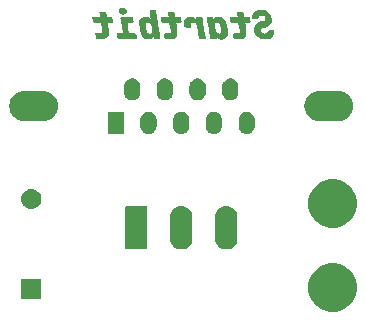
<source format=gbs>
G04 #@! TF.GenerationSoftware,KiCad,Pcbnew,(5.1.4)-1*
G04 #@! TF.CreationDate,2021-11-22T21:05:38+08:00*
G04 #@! TF.ProjectId,CAN-DB9,43414e2d-4442-4392-9e6b-696361645f70,rev?*
G04 #@! TF.SameCoordinates,Original*
G04 #@! TF.FileFunction,Soldermask,Bot*
G04 #@! TF.FilePolarity,Negative*
%FSLAX46Y46*%
G04 Gerber Fmt 4.6, Leading zero omitted, Abs format (unit mm)*
G04 Created by KiCad (PCBNEW (5.1.4)-1) date 2021-11-22 21:05:38*
%MOMM*%
%LPD*%
G04 APERTURE LIST*
%ADD10C,0.010000*%
%ADD11C,0.100000*%
G04 APERTURE END LIST*
D10*
G36*
X110641906Y-61200877D02*
G01*
X110577210Y-61280954D01*
X110556706Y-61380499D01*
X110586595Y-61483584D01*
X110673079Y-61574280D01*
X110710309Y-61596342D01*
X110845353Y-61642704D01*
X110976494Y-61629347D01*
X111024128Y-61612413D01*
X111105643Y-61549390D01*
X111133865Y-61459476D01*
X111113984Y-61358754D01*
X111051190Y-61263306D01*
X110950671Y-61189213D01*
X110879069Y-61162847D01*
X110744593Y-61156198D01*
X110641906Y-61200877D01*
X110641906Y-61200877D01*
G37*
X110641906Y-61200877D02*
X110577210Y-61280954D01*
X110556706Y-61380499D01*
X110586595Y-61483584D01*
X110673079Y-61574280D01*
X110710309Y-61596342D01*
X110845353Y-61642704D01*
X110976494Y-61629347D01*
X111024128Y-61612413D01*
X111105643Y-61549390D01*
X111133865Y-61459476D01*
X111113984Y-61358754D01*
X111051190Y-61263306D01*
X110950671Y-61189213D01*
X110879069Y-61162847D01*
X110744593Y-61156198D01*
X110641906Y-61200877D01*
G36*
X109124395Y-61468000D02*
G01*
X108997575Y-61470224D01*
X108928924Y-61479692D01*
X108904105Y-61500591D01*
X108907059Y-61531499D01*
X108923163Y-61604790D01*
X108942240Y-61715815D01*
X108949910Y-61767357D01*
X108974240Y-61939714D01*
X108309568Y-61939714D01*
X108332524Y-62075785D01*
X108353765Y-62198765D01*
X108377316Y-62275944D01*
X108418543Y-62317953D01*
X108492812Y-62335421D01*
X108615488Y-62338979D01*
X108712801Y-62338857D01*
X109035283Y-62338857D01*
X109054479Y-62456785D01*
X109071470Y-62559253D01*
X109094622Y-62696552D01*
X109110551Y-62790021D01*
X109141224Y-63014592D01*
X109144826Y-63173411D01*
X109121291Y-63268088D01*
X109090032Y-63296546D01*
X109025134Y-63308057D01*
X108913488Y-63316028D01*
X108797523Y-63318571D01*
X108562410Y-63318571D01*
X108587400Y-63490928D01*
X108605181Y-63597902D01*
X108621859Y-63673186D01*
X108628050Y-63690499D01*
X108668984Y-63702730D01*
X108764893Y-63712098D01*
X108898195Y-63717161D01*
X108959070Y-63717657D01*
X109156884Y-63711162D01*
X109300016Y-63690143D01*
X109401428Y-63654157D01*
X109521567Y-63560649D01*
X109594984Y-63454502D01*
X109623815Y-63390235D01*
X109639879Y-63330376D01*
X109643429Y-63257613D01*
X109634717Y-63154634D01*
X109613995Y-63004127D01*
X109602644Y-62928359D01*
X109576412Y-62757415D01*
X109552111Y-62603899D01*
X109532946Y-62487801D01*
X109524134Y-62438642D01*
X109504519Y-62338857D01*
X109980185Y-62338857D01*
X109960559Y-62220928D01*
X109936987Y-62080662D01*
X109914239Y-61996857D01*
X109877740Y-61955057D01*
X109812910Y-61940806D01*
X109705174Y-61939647D01*
X109677000Y-61939714D01*
X109445954Y-61939714D01*
X109421624Y-61767357D01*
X109399781Y-61621387D01*
X109375442Y-61532754D01*
X109334420Y-61487168D01*
X109262529Y-61470342D01*
X109145583Y-61467988D01*
X109124395Y-61468000D01*
X109124395Y-61468000D01*
G37*
X109124395Y-61468000D02*
X108997575Y-61470224D01*
X108928924Y-61479692D01*
X108904105Y-61500591D01*
X108907059Y-61531499D01*
X108923163Y-61604790D01*
X108942240Y-61715815D01*
X108949910Y-61767357D01*
X108974240Y-61939714D01*
X108309568Y-61939714D01*
X108332524Y-62075785D01*
X108353765Y-62198765D01*
X108377316Y-62275944D01*
X108418543Y-62317953D01*
X108492812Y-62335421D01*
X108615488Y-62338979D01*
X108712801Y-62338857D01*
X109035283Y-62338857D01*
X109054479Y-62456785D01*
X109071470Y-62559253D01*
X109094622Y-62696552D01*
X109110551Y-62790021D01*
X109141224Y-63014592D01*
X109144826Y-63173411D01*
X109121291Y-63268088D01*
X109090032Y-63296546D01*
X109025134Y-63308057D01*
X108913488Y-63316028D01*
X108797523Y-63318571D01*
X108562410Y-63318571D01*
X108587400Y-63490928D01*
X108605181Y-63597902D01*
X108621859Y-63673186D01*
X108628050Y-63690499D01*
X108668984Y-63702730D01*
X108764893Y-63712098D01*
X108898195Y-63717161D01*
X108959070Y-63717657D01*
X109156884Y-63711162D01*
X109300016Y-63690143D01*
X109401428Y-63654157D01*
X109521567Y-63560649D01*
X109594984Y-63454502D01*
X109623815Y-63390235D01*
X109639879Y-63330376D01*
X109643429Y-63257613D01*
X109634717Y-63154634D01*
X109613995Y-63004127D01*
X109602644Y-62928359D01*
X109576412Y-62757415D01*
X109552111Y-62603899D01*
X109532946Y-62487801D01*
X109524134Y-62438642D01*
X109504519Y-62338857D01*
X109980185Y-62338857D01*
X109960559Y-62220928D01*
X109936987Y-62080662D01*
X109914239Y-61996857D01*
X109877740Y-61955057D01*
X109812910Y-61940806D01*
X109705174Y-61939647D01*
X109677000Y-61939714D01*
X109445954Y-61939714D01*
X109421624Y-61767357D01*
X109399781Y-61621387D01*
X109375442Y-61532754D01*
X109334420Y-61487168D01*
X109262529Y-61470342D01*
X109145583Y-61467988D01*
X109124395Y-61468000D01*
G36*
X110962715Y-61940036D02*
G01*
X110828086Y-61942275D01*
X110744094Y-61948336D01*
X110699774Y-61960125D01*
X110684159Y-61979549D01*
X110686282Y-62008512D01*
X110689210Y-62021357D01*
X110700376Y-62080463D01*
X110719638Y-62193879D01*
X110744682Y-62346890D01*
X110773197Y-62524782D01*
X110802870Y-62712841D01*
X110831390Y-62896352D01*
X110856443Y-63060600D01*
X110875718Y-63190870D01*
X110886903Y-63272449D01*
X110888771Y-63291357D01*
X110855737Y-63304730D01*
X110768412Y-63314441D01*
X110645053Y-63318543D01*
X110633498Y-63318571D01*
X110377854Y-63318571D01*
X110400810Y-63454642D01*
X110413971Y-63540754D01*
X110426727Y-63605822D01*
X110448384Y-63652770D01*
X110488249Y-63684523D01*
X110555630Y-63704007D01*
X110659835Y-63714146D01*
X110810169Y-63717864D01*
X111015941Y-63718088D01*
X111237946Y-63717714D01*
X112017288Y-63717714D01*
X111994333Y-63581642D01*
X111972356Y-63455515D01*
X111947808Y-63377844D01*
X111904689Y-63336921D01*
X111827001Y-63321037D01*
X111698746Y-63318482D01*
X111634878Y-63318571D01*
X111333218Y-63318571D01*
X111272777Y-62910357D01*
X111247783Y-62739613D01*
X111226411Y-62590012D01*
X111211174Y-62479376D01*
X111204954Y-62429571D01*
X111207836Y-62391827D01*
X111235795Y-62368797D01*
X111303552Y-62355724D01*
X111425826Y-62347850D01*
X111462571Y-62346299D01*
X111599490Y-62338640D01*
X111677449Y-62326809D01*
X111710059Y-62306827D01*
X111710932Y-62274712D01*
X111710668Y-62273728D01*
X111693458Y-62197324D01*
X111673461Y-62091267D01*
X111670810Y-62075785D01*
X111647854Y-61939714D01*
X111158950Y-61939714D01*
X110962715Y-61940036D01*
X110962715Y-61940036D01*
G37*
X110962715Y-61940036D02*
X110828086Y-61942275D01*
X110744094Y-61948336D01*
X110699774Y-61960125D01*
X110684159Y-61979549D01*
X110686282Y-62008512D01*
X110689210Y-62021357D01*
X110700376Y-62080463D01*
X110719638Y-62193879D01*
X110744682Y-62346890D01*
X110773197Y-62524782D01*
X110802870Y-62712841D01*
X110831390Y-62896352D01*
X110856443Y-63060600D01*
X110875718Y-63190870D01*
X110886903Y-63272449D01*
X110888771Y-63291357D01*
X110855737Y-63304730D01*
X110768412Y-63314441D01*
X110645053Y-63318543D01*
X110633498Y-63318571D01*
X110377854Y-63318571D01*
X110400810Y-63454642D01*
X110413971Y-63540754D01*
X110426727Y-63605822D01*
X110448384Y-63652770D01*
X110488249Y-63684523D01*
X110555630Y-63704007D01*
X110659835Y-63714146D01*
X110810169Y-63717864D01*
X111015941Y-63718088D01*
X111237946Y-63717714D01*
X112017288Y-63717714D01*
X111994333Y-63581642D01*
X111972356Y-63455515D01*
X111947808Y-63377844D01*
X111904689Y-63336921D01*
X111827001Y-63321037D01*
X111698746Y-63318482D01*
X111634878Y-63318571D01*
X111333218Y-63318571D01*
X111272777Y-62910357D01*
X111247783Y-62739613D01*
X111226411Y-62590012D01*
X111211174Y-62479376D01*
X111204954Y-62429571D01*
X111207836Y-62391827D01*
X111235795Y-62368797D01*
X111303552Y-62355724D01*
X111425826Y-62347850D01*
X111462571Y-62346299D01*
X111599490Y-62338640D01*
X111677449Y-62326809D01*
X111710059Y-62306827D01*
X111710932Y-62274712D01*
X111710668Y-62273728D01*
X111693458Y-62197324D01*
X111673461Y-62091267D01*
X111670810Y-62075785D01*
X111647854Y-61939714D01*
X111158950Y-61939714D01*
X110962715Y-61940036D01*
G36*
X114929893Y-61467999D02*
G01*
X114694696Y-61467999D01*
X114718112Y-61640357D01*
X114735791Y-61757141D01*
X114753130Y-61851114D01*
X114759066Y-61876214D01*
X114760595Y-61906148D01*
X114736644Y-61924914D01*
X114674540Y-61935057D01*
X114561608Y-61939122D01*
X114442840Y-61939714D01*
X114109076Y-61939714D01*
X114131567Y-62075785D01*
X114146676Y-62182526D01*
X114154266Y-62266037D01*
X114154457Y-62273995D01*
X114163932Y-62303843D01*
X114200622Y-62323522D01*
X114277617Y-62335858D01*
X114408005Y-62343677D01*
X114490500Y-62346566D01*
X114826142Y-62357000D01*
X114896013Y-62788257D01*
X114924989Y-62970259D01*
X114942106Y-63093994D01*
X114947422Y-63172784D01*
X114940996Y-63219948D01*
X114922888Y-63248806D01*
X114898149Y-63269043D01*
X114818993Y-63298445D01*
X114690135Y-63315652D01*
X114601493Y-63318571D01*
X114474056Y-63320662D01*
X114402446Y-63337128D01*
X114374713Y-63383257D01*
X114378905Y-63474338D01*
X114395861Y-63581642D01*
X114418352Y-63717714D01*
X114749247Y-63716293D01*
X114932281Y-63709568D01*
X115085452Y-63692592D01*
X115188279Y-63667705D01*
X115193416Y-63665574D01*
X115296300Y-63604196D01*
X115367999Y-63517918D01*
X115410121Y-63398128D01*
X115424271Y-63236219D01*
X115412057Y-63023581D01*
X115375086Y-62751604D01*
X115369933Y-62719857D01*
X115346235Y-62572901D01*
X115327856Y-62453745D01*
X115317484Y-62380062D01*
X115316138Y-62366071D01*
X115349180Y-62352275D01*
X115435837Y-62342483D01*
X115554302Y-62338857D01*
X115682044Y-62336640D01*
X115751631Y-62327239D01*
X115777416Y-62306529D01*
X115775185Y-62275357D01*
X115757599Y-62197714D01*
X115737408Y-62090952D01*
X115734810Y-62075785D01*
X115711854Y-61939714D01*
X115251505Y-61939714D01*
X115228083Y-61803642D01*
X115201519Y-61647439D01*
X115179241Y-61548871D01*
X115149561Y-61494785D01*
X115100792Y-61472023D01*
X115021247Y-61467431D01*
X114929893Y-61467999D01*
X114929893Y-61467999D01*
G37*
X114929893Y-61467999D02*
X114694696Y-61467999D01*
X114718112Y-61640357D01*
X114735791Y-61757141D01*
X114753130Y-61851114D01*
X114759066Y-61876214D01*
X114760595Y-61906148D01*
X114736644Y-61924914D01*
X114674540Y-61935057D01*
X114561608Y-61939122D01*
X114442840Y-61939714D01*
X114109076Y-61939714D01*
X114131567Y-62075785D01*
X114146676Y-62182526D01*
X114154266Y-62266037D01*
X114154457Y-62273995D01*
X114163932Y-62303843D01*
X114200622Y-62323522D01*
X114277617Y-62335858D01*
X114408005Y-62343677D01*
X114490500Y-62346566D01*
X114826142Y-62357000D01*
X114896013Y-62788257D01*
X114924989Y-62970259D01*
X114942106Y-63093994D01*
X114947422Y-63172784D01*
X114940996Y-63219948D01*
X114922888Y-63248806D01*
X114898149Y-63269043D01*
X114818993Y-63298445D01*
X114690135Y-63315652D01*
X114601493Y-63318571D01*
X114474056Y-63320662D01*
X114402446Y-63337128D01*
X114374713Y-63383257D01*
X114378905Y-63474338D01*
X114395861Y-63581642D01*
X114418352Y-63717714D01*
X114749247Y-63716293D01*
X114932281Y-63709568D01*
X115085452Y-63692592D01*
X115188279Y-63667705D01*
X115193416Y-63665574D01*
X115296300Y-63604196D01*
X115367999Y-63517918D01*
X115410121Y-63398128D01*
X115424271Y-63236219D01*
X115412057Y-63023581D01*
X115375086Y-62751604D01*
X115369933Y-62719857D01*
X115346235Y-62572901D01*
X115327856Y-62453745D01*
X115317484Y-62380062D01*
X115316138Y-62366071D01*
X115349180Y-62352275D01*
X115435837Y-62342483D01*
X115554302Y-62338857D01*
X115682044Y-62336640D01*
X115751631Y-62327239D01*
X115777416Y-62306529D01*
X115775185Y-62275357D01*
X115757599Y-62197714D01*
X115737408Y-62090952D01*
X115734810Y-62075785D01*
X115711854Y-61939714D01*
X115251505Y-61939714D01*
X115228083Y-61803642D01*
X115201519Y-61647439D01*
X115179241Y-61548871D01*
X115149561Y-61494785D01*
X115100792Y-61472023D01*
X115021247Y-61467431D01*
X114929893Y-61467999D01*
G36*
X116417445Y-61921267D02*
G01*
X116260671Y-61984257D01*
X116137094Y-62095677D01*
X116115216Y-62128030D01*
X116062906Y-62265667D01*
X116041643Y-62437821D01*
X116054537Y-62612032D01*
X116064584Y-62656357D01*
X116082865Y-62699963D01*
X116119952Y-62724535D01*
X116193356Y-62735427D01*
X116320588Y-62737993D01*
X116331580Y-62737999D01*
X116576697Y-62737999D01*
X116572909Y-62593521D01*
X116591630Y-62454749D01*
X116658837Y-62369224D01*
X116777986Y-62333280D01*
X116819915Y-62331599D01*
X116912048Y-62337961D01*
X116985739Y-62362554D01*
X117045002Y-62413643D01*
X117093849Y-62499495D01*
X117136294Y-62628372D01*
X117176351Y-62808542D01*
X117218032Y-63048267D01*
X117241900Y-63200642D01*
X117321124Y-63717714D01*
X117806531Y-63717714D01*
X117691136Y-63001071D01*
X117653875Y-62768925D01*
X117618928Y-62549838D01*
X117588583Y-62358251D01*
X117565126Y-62208607D01*
X117550846Y-62115348D01*
X117550361Y-62112071D01*
X117524982Y-61939714D01*
X117084562Y-61939714D01*
X117102797Y-62101501D01*
X117121033Y-62263288D01*
X117043293Y-62146858D01*
X116920340Y-62019504D01*
X116763940Y-61939229D01*
X116590755Y-61906371D01*
X116417445Y-61921267D01*
X116417445Y-61921267D01*
G37*
X116417445Y-61921267D02*
X116260671Y-61984257D01*
X116137094Y-62095677D01*
X116115216Y-62128030D01*
X116062906Y-62265667D01*
X116041643Y-62437821D01*
X116054537Y-62612032D01*
X116064584Y-62656357D01*
X116082865Y-62699963D01*
X116119952Y-62724535D01*
X116193356Y-62735427D01*
X116320588Y-62737993D01*
X116331580Y-62737999D01*
X116576697Y-62737999D01*
X116572909Y-62593521D01*
X116591630Y-62454749D01*
X116658837Y-62369224D01*
X116777986Y-62333280D01*
X116819915Y-62331599D01*
X116912048Y-62337961D01*
X116985739Y-62362554D01*
X117045002Y-62413643D01*
X117093849Y-62499495D01*
X117136294Y-62628372D01*
X117176351Y-62808542D01*
X117218032Y-63048267D01*
X117241900Y-63200642D01*
X117321124Y-63717714D01*
X117806531Y-63717714D01*
X117691136Y-63001071D01*
X117653875Y-62768925D01*
X117618928Y-62549838D01*
X117588583Y-62358251D01*
X117565126Y-62208607D01*
X117550846Y-62115348D01*
X117550361Y-62112071D01*
X117524982Y-61939714D01*
X117084562Y-61939714D01*
X117102797Y-62101501D01*
X117121033Y-62263288D01*
X117043293Y-62146858D01*
X116920340Y-62019504D01*
X116763940Y-61939229D01*
X116590755Y-61906371D01*
X116417445Y-61921267D01*
G36*
X120771893Y-61467999D02*
G01*
X120536696Y-61467999D01*
X120560112Y-61640357D01*
X120577791Y-61757141D01*
X120595130Y-61851114D01*
X120601066Y-61876214D01*
X120602595Y-61906148D01*
X120578644Y-61924914D01*
X120516540Y-61935057D01*
X120403608Y-61939122D01*
X120284840Y-61939714D01*
X119951076Y-61939714D01*
X119973567Y-62075785D01*
X119988676Y-62182526D01*
X119996266Y-62266037D01*
X119996457Y-62273995D01*
X120005932Y-62303843D01*
X120042622Y-62323522D01*
X120119617Y-62335858D01*
X120250005Y-62343677D01*
X120332500Y-62346566D01*
X120668143Y-62357000D01*
X120738013Y-62788257D01*
X120766989Y-62970259D01*
X120784106Y-63093994D01*
X120789422Y-63172784D01*
X120782996Y-63219948D01*
X120764888Y-63248806D01*
X120740149Y-63269043D01*
X120660993Y-63298445D01*
X120532135Y-63315652D01*
X120443493Y-63318571D01*
X120316056Y-63320662D01*
X120244446Y-63337128D01*
X120216713Y-63383257D01*
X120220905Y-63474338D01*
X120237861Y-63581642D01*
X120260352Y-63717714D01*
X120591247Y-63716293D01*
X120774281Y-63709568D01*
X120927452Y-63692592D01*
X121030279Y-63667705D01*
X121035416Y-63665574D01*
X121138300Y-63604196D01*
X121209999Y-63517918D01*
X121252121Y-63398128D01*
X121266271Y-63236219D01*
X121254057Y-63023581D01*
X121217086Y-62751604D01*
X121211933Y-62719857D01*
X121188235Y-62572901D01*
X121169856Y-62453745D01*
X121159484Y-62380062D01*
X121158138Y-62366071D01*
X121191180Y-62352275D01*
X121277837Y-62342483D01*
X121396302Y-62338857D01*
X121524044Y-62336640D01*
X121593631Y-62327239D01*
X121619416Y-62306529D01*
X121617185Y-62275357D01*
X121599599Y-62197714D01*
X121579408Y-62090952D01*
X121576810Y-62075785D01*
X121553854Y-61939714D01*
X121093505Y-61939714D01*
X121070083Y-61803642D01*
X121043519Y-61647439D01*
X121021241Y-61548871D01*
X120991561Y-61494785D01*
X120942792Y-61472023D01*
X120863247Y-61467431D01*
X120771893Y-61467999D01*
X120771893Y-61467999D01*
G37*
X120771893Y-61467999D02*
X120536696Y-61467999D01*
X120560112Y-61640357D01*
X120577791Y-61757141D01*
X120595130Y-61851114D01*
X120601066Y-61876214D01*
X120602595Y-61906148D01*
X120578644Y-61924914D01*
X120516540Y-61935057D01*
X120403608Y-61939122D01*
X120284840Y-61939714D01*
X119951076Y-61939714D01*
X119973567Y-62075785D01*
X119988676Y-62182526D01*
X119996266Y-62266037D01*
X119996457Y-62273995D01*
X120005932Y-62303843D01*
X120042622Y-62323522D01*
X120119617Y-62335858D01*
X120250005Y-62343677D01*
X120332500Y-62346566D01*
X120668143Y-62357000D01*
X120738013Y-62788257D01*
X120766989Y-62970259D01*
X120784106Y-63093994D01*
X120789422Y-63172784D01*
X120782996Y-63219948D01*
X120764888Y-63248806D01*
X120740149Y-63269043D01*
X120660993Y-63298445D01*
X120532135Y-63315652D01*
X120443493Y-63318571D01*
X120316056Y-63320662D01*
X120244446Y-63337128D01*
X120216713Y-63383257D01*
X120220905Y-63474338D01*
X120237861Y-63581642D01*
X120260352Y-63717714D01*
X120591247Y-63716293D01*
X120774281Y-63709568D01*
X120927452Y-63692592D01*
X121030279Y-63667705D01*
X121035416Y-63665574D01*
X121138300Y-63604196D01*
X121209999Y-63517918D01*
X121252121Y-63398128D01*
X121266271Y-63236219D01*
X121254057Y-63023581D01*
X121217086Y-62751604D01*
X121211933Y-62719857D01*
X121188235Y-62572901D01*
X121169856Y-62453745D01*
X121159484Y-62380062D01*
X121158138Y-62366071D01*
X121191180Y-62352275D01*
X121277837Y-62342483D01*
X121396302Y-62338857D01*
X121524044Y-62336640D01*
X121593631Y-62327239D01*
X121619416Y-62306529D01*
X121617185Y-62275357D01*
X121599599Y-62197714D01*
X121579408Y-62090952D01*
X121576810Y-62075785D01*
X121553854Y-61939714D01*
X121093505Y-61939714D01*
X121070083Y-61803642D01*
X121043519Y-61647439D01*
X121021241Y-61548871D01*
X120991561Y-61494785D01*
X120942792Y-61472023D01*
X120863247Y-61467431D01*
X120771893Y-61467999D01*
G36*
X113266957Y-61359174D02*
G01*
X113198502Y-61366493D01*
X113158296Y-61391937D01*
X113143071Y-61446346D01*
X113149555Y-61540555D01*
X113174480Y-61685404D01*
X113211318Y-61874927D01*
X113241219Y-62030173D01*
X113265140Y-62156738D01*
X113280181Y-62239128D01*
X113283890Y-62262580D01*
X113266326Y-62245088D01*
X113222133Y-62183959D01*
X113201633Y-62153723D01*
X113072098Y-62013422D01*
X112920838Y-61932582D01*
X112760590Y-61907437D01*
X112604094Y-61934224D01*
X112464090Y-62009178D01*
X112353316Y-62128535D01*
X112284512Y-62288531D01*
X112268106Y-62429571D01*
X112275905Y-62549015D01*
X112296535Y-62714020D01*
X112325830Y-62899592D01*
X112359627Y-63080739D01*
X112393761Y-63232469D01*
X112413288Y-63300869D01*
X112496053Y-63454374D01*
X112625568Y-63583614D01*
X112784947Y-63680357D01*
X112957303Y-63736372D01*
X113125746Y-63743426D01*
X113247714Y-63707603D01*
X113325158Y-63644516D01*
X113394183Y-63550422D01*
X113400479Y-63538470D01*
X113462529Y-63414664D01*
X113510989Y-63717714D01*
X113744654Y-63717714D01*
X113870820Y-63715428D01*
X113938919Y-63705744D01*
X113963383Y-63684419D01*
X113960720Y-63654214D01*
X113950924Y-63603629D01*
X113931557Y-63490596D01*
X113904128Y-63324385D01*
X113870143Y-63114271D01*
X113858514Y-63041352D01*
X113379314Y-63041352D01*
X113373970Y-63181920D01*
X113339810Y-63271610D01*
X113274740Y-63319113D01*
X113240693Y-63328052D01*
X113086450Y-63328669D01*
X112951955Y-63279695D01*
X112909965Y-63247552D01*
X112873444Y-63182297D01*
X112835329Y-63065593D01*
X112799759Y-62918338D01*
X112770874Y-62761427D01*
X112752814Y-62615756D01*
X112749717Y-62502221D01*
X112754891Y-62464754D01*
X112809206Y-62382341D01*
X112908860Y-62335507D01*
X113032773Y-62330588D01*
X113120891Y-62354735D01*
X113199684Y-62394946D01*
X113255463Y-62447926D01*
X113295392Y-62528380D01*
X113326639Y-62651016D01*
X113356368Y-62830537D01*
X113357935Y-62841212D01*
X113379314Y-63041352D01*
X113858514Y-63041352D01*
X113831108Y-62869524D01*
X113788532Y-62599417D01*
X113769064Y-62474928D01*
X113595008Y-61359142D01*
X113366932Y-61359142D01*
X113266957Y-61359174D01*
X113266957Y-61359174D01*
G37*
X113266957Y-61359174D02*
X113198502Y-61366493D01*
X113158296Y-61391937D01*
X113143071Y-61446346D01*
X113149555Y-61540555D01*
X113174480Y-61685404D01*
X113211318Y-61874927D01*
X113241219Y-62030173D01*
X113265140Y-62156738D01*
X113280181Y-62239128D01*
X113283890Y-62262580D01*
X113266326Y-62245088D01*
X113222133Y-62183959D01*
X113201633Y-62153723D01*
X113072098Y-62013422D01*
X112920838Y-61932582D01*
X112760590Y-61907437D01*
X112604094Y-61934224D01*
X112464090Y-62009178D01*
X112353316Y-62128535D01*
X112284512Y-62288531D01*
X112268106Y-62429571D01*
X112275905Y-62549015D01*
X112296535Y-62714020D01*
X112325830Y-62899592D01*
X112359627Y-63080739D01*
X112393761Y-63232469D01*
X112413288Y-63300869D01*
X112496053Y-63454374D01*
X112625568Y-63583614D01*
X112784947Y-63680357D01*
X112957303Y-63736372D01*
X113125746Y-63743426D01*
X113247714Y-63707603D01*
X113325158Y-63644516D01*
X113394183Y-63550422D01*
X113400479Y-63538470D01*
X113462529Y-63414664D01*
X113510989Y-63717714D01*
X113744654Y-63717714D01*
X113870820Y-63715428D01*
X113938919Y-63705744D01*
X113963383Y-63684419D01*
X113960720Y-63654214D01*
X113950924Y-63603629D01*
X113931557Y-63490596D01*
X113904128Y-63324385D01*
X113870143Y-63114271D01*
X113858514Y-63041352D01*
X113379314Y-63041352D01*
X113373970Y-63181920D01*
X113339810Y-63271610D01*
X113274740Y-63319113D01*
X113240693Y-63328052D01*
X113086450Y-63328669D01*
X112951955Y-63279695D01*
X112909965Y-63247552D01*
X112873444Y-63182297D01*
X112835329Y-63065593D01*
X112799759Y-62918338D01*
X112770874Y-62761427D01*
X112752814Y-62615756D01*
X112749717Y-62502221D01*
X112754891Y-62464754D01*
X112809206Y-62382341D01*
X112908860Y-62335507D01*
X113032773Y-62330588D01*
X113120891Y-62354735D01*
X113199684Y-62394946D01*
X113255463Y-62447926D01*
X113295392Y-62528380D01*
X113326639Y-62651016D01*
X113356368Y-62830537D01*
X113357935Y-62841212D01*
X113379314Y-63041352D01*
X113858514Y-63041352D01*
X113831108Y-62869524D01*
X113788532Y-62599417D01*
X113769064Y-62474928D01*
X113595008Y-61359142D01*
X113366932Y-61359142D01*
X113266957Y-61359174D01*
G36*
X118712716Y-61945767D02*
G01*
X118609568Y-62015641D01*
X118559298Y-62107107D01*
X118536303Y-62166884D01*
X118510457Y-62159846D01*
X118504899Y-62151805D01*
X118479303Y-62076759D01*
X118473412Y-62021357D01*
X118467753Y-61977713D01*
X118440740Y-61953215D01*
X118376193Y-61942383D01*
X118257934Y-61939742D01*
X118232252Y-61939714D01*
X117991647Y-61939714D01*
X118010604Y-62057642D01*
X118021746Y-62128148D01*
X118042053Y-62257796D01*
X118069562Y-62434016D01*
X118102311Y-62644238D01*
X118138340Y-62875890D01*
X118149333Y-62946642D01*
X118269104Y-63717714D01*
X118733236Y-63717714D01*
X118709400Y-63563499D01*
X118685564Y-63409285D01*
X118758834Y-63516277D01*
X118887216Y-63645331D01*
X119050749Y-63724897D01*
X119229959Y-63750552D01*
X119405373Y-63717874D01*
X119481969Y-63680498D01*
X119599318Y-63569918D01*
X119678333Y-63415659D01*
X119706571Y-63245525D01*
X119697936Y-63109555D01*
X119697765Y-63108283D01*
X119205663Y-63108283D01*
X119186893Y-63207050D01*
X119186367Y-63208179D01*
X119111473Y-63290936D01*
X119001165Y-63329593D01*
X118878966Y-63322396D01*
X118768401Y-63267587D01*
X118740867Y-63241433D01*
X118688653Y-63152059D01*
X118645098Y-63019761D01*
X118612501Y-62863384D01*
X118593165Y-62701771D01*
X118589392Y-62553768D01*
X118603482Y-62438218D01*
X118635161Y-62375957D01*
X118734341Y-62334868D01*
X118859437Y-62335310D01*
X118979200Y-62374108D01*
X119037901Y-62416871D01*
X119091973Y-62504949D01*
X119140093Y-62641094D01*
X119177954Y-62802340D01*
X119201247Y-62965725D01*
X119205663Y-63108283D01*
X119697765Y-63108283D01*
X119674808Y-62937601D01*
X119641350Y-62750187D01*
X119601728Y-62567839D01*
X119560106Y-62411080D01*
X119520647Y-62300435D01*
X119510892Y-62281108D01*
X119431818Y-62170976D01*
X119329103Y-62062938D01*
X119299785Y-62037760D01*
X119159547Y-61955976D01*
X119004055Y-61914403D01*
X118849662Y-61911510D01*
X118712716Y-61945767D01*
X118712716Y-61945767D01*
G37*
X118712716Y-61945767D02*
X118609568Y-62015641D01*
X118559298Y-62107107D01*
X118536303Y-62166884D01*
X118510457Y-62159846D01*
X118504899Y-62151805D01*
X118479303Y-62076759D01*
X118473412Y-62021357D01*
X118467753Y-61977713D01*
X118440740Y-61953215D01*
X118376193Y-61942383D01*
X118257934Y-61939742D01*
X118232252Y-61939714D01*
X117991647Y-61939714D01*
X118010604Y-62057642D01*
X118021746Y-62128148D01*
X118042053Y-62257796D01*
X118069562Y-62434016D01*
X118102311Y-62644238D01*
X118138340Y-62875890D01*
X118149333Y-62946642D01*
X118269104Y-63717714D01*
X118733236Y-63717714D01*
X118709400Y-63563499D01*
X118685564Y-63409285D01*
X118758834Y-63516277D01*
X118887216Y-63645331D01*
X119050749Y-63724897D01*
X119229959Y-63750552D01*
X119405373Y-63717874D01*
X119481969Y-63680498D01*
X119599318Y-63569918D01*
X119678333Y-63415659D01*
X119706571Y-63245525D01*
X119697936Y-63109555D01*
X119697765Y-63108283D01*
X119205663Y-63108283D01*
X119186893Y-63207050D01*
X119186367Y-63208179D01*
X119111473Y-63290936D01*
X119001165Y-63329593D01*
X118878966Y-63322396D01*
X118768401Y-63267587D01*
X118740867Y-63241433D01*
X118688653Y-63152059D01*
X118645098Y-63019761D01*
X118612501Y-62863384D01*
X118593165Y-62701771D01*
X118589392Y-62553768D01*
X118603482Y-62438218D01*
X118635161Y-62375957D01*
X118734341Y-62334868D01*
X118859437Y-62335310D01*
X118979200Y-62374108D01*
X119037901Y-62416871D01*
X119091973Y-62504949D01*
X119140093Y-62641094D01*
X119177954Y-62802340D01*
X119201247Y-62965725D01*
X119205663Y-63108283D01*
X119697765Y-63108283D01*
X119674808Y-62937601D01*
X119641350Y-62750187D01*
X119601728Y-62567839D01*
X119560106Y-62411080D01*
X119520647Y-62300435D01*
X119510892Y-62281108D01*
X119431818Y-62170976D01*
X119329103Y-62062938D01*
X119299785Y-62037760D01*
X119159547Y-61955976D01*
X119004055Y-61914403D01*
X118849662Y-61911510D01*
X118712716Y-61945767D01*
G36*
X122435437Y-61342178D02*
G01*
X122247125Y-61370635D01*
X122122896Y-61415403D01*
X121982591Y-61525641D01*
X121886265Y-61676194D01*
X121847620Y-61845075D01*
X121847428Y-61857505D01*
X121847428Y-61975999D01*
X122074214Y-61975770D01*
X122200677Y-61973008D01*
X122276178Y-61959822D01*
X122322278Y-61928383D01*
X122359877Y-61872027D01*
X122444435Y-61787772D01*
X122562316Y-61746633D01*
X122690749Y-61747967D01*
X122806962Y-61791130D01*
X122888185Y-61875481D01*
X122893940Y-61887104D01*
X122936104Y-62029111D01*
X122916365Y-62140953D01*
X122832032Y-62226854D01*
X122680411Y-62291041D01*
X122627571Y-62305201D01*
X122368887Y-62391794D01*
X122171371Y-62509397D01*
X122103073Y-62572355D01*
X122038075Y-62685664D01*
X122000773Y-62840790D01*
X121993317Y-63011623D01*
X122017860Y-63172053D01*
X122047276Y-63249397D01*
X122189226Y-63455738D01*
X122377868Y-63615061D01*
X122441813Y-63651622D01*
X122594942Y-63704868D01*
X122786564Y-63735876D01*
X122986874Y-63742751D01*
X123166067Y-63723596D01*
X123241601Y-63702499D01*
X123426555Y-63602741D01*
X123550038Y-63464411D01*
X123612054Y-63287504D01*
X123616905Y-63249371D01*
X123634661Y-63064571D01*
X123402143Y-63064571D01*
X123275419Y-63066508D01*
X123201681Y-63077427D01*
X123161358Y-63104990D01*
X123134876Y-63156859D01*
X123129311Y-63171373D01*
X123065791Y-63264259D01*
X122967142Y-63310203D01*
X122803281Y-63326761D01*
X122657337Y-63293405D01*
X122543601Y-63218100D01*
X122476363Y-63108812D01*
X122464285Y-63029889D01*
X122483764Y-62937171D01*
X122548339Y-62862513D01*
X122667222Y-62798915D01*
X122844700Y-62740737D01*
X123077567Y-62656592D01*
X123245442Y-62548388D01*
X123353588Y-62410259D01*
X123407269Y-62236340D01*
X123415481Y-62104613D01*
X123380426Y-61869895D01*
X123281299Y-61668213D01*
X123120413Y-61503289D01*
X122990428Y-61421006D01*
X122834576Y-61367540D01*
X122640417Y-61341205D01*
X122435437Y-61342178D01*
X122435437Y-61342178D01*
G37*
X122435437Y-61342178D02*
X122247125Y-61370635D01*
X122122896Y-61415403D01*
X121982591Y-61525641D01*
X121886265Y-61676194D01*
X121847620Y-61845075D01*
X121847428Y-61857505D01*
X121847428Y-61975999D01*
X122074214Y-61975770D01*
X122200677Y-61973008D01*
X122276178Y-61959822D01*
X122322278Y-61928383D01*
X122359877Y-61872027D01*
X122444435Y-61787772D01*
X122562316Y-61746633D01*
X122690749Y-61747967D01*
X122806962Y-61791130D01*
X122888185Y-61875481D01*
X122893940Y-61887104D01*
X122936104Y-62029111D01*
X122916365Y-62140953D01*
X122832032Y-62226854D01*
X122680411Y-62291041D01*
X122627571Y-62305201D01*
X122368887Y-62391794D01*
X122171371Y-62509397D01*
X122103073Y-62572355D01*
X122038075Y-62685664D01*
X122000773Y-62840790D01*
X121993317Y-63011623D01*
X122017860Y-63172053D01*
X122047276Y-63249397D01*
X122189226Y-63455738D01*
X122377868Y-63615061D01*
X122441813Y-63651622D01*
X122594942Y-63704868D01*
X122786564Y-63735876D01*
X122986874Y-63742751D01*
X123166067Y-63723596D01*
X123241601Y-63702499D01*
X123426555Y-63602741D01*
X123550038Y-63464411D01*
X123612054Y-63287504D01*
X123616905Y-63249371D01*
X123634661Y-63064571D01*
X123402143Y-63064571D01*
X123275419Y-63066508D01*
X123201681Y-63077427D01*
X123161358Y-63104990D01*
X123134876Y-63156859D01*
X123129311Y-63171373D01*
X123065791Y-63264259D01*
X122967142Y-63310203D01*
X122803281Y-63326761D01*
X122657337Y-63293405D01*
X122543601Y-63218100D01*
X122476363Y-63108812D01*
X122464285Y-63029889D01*
X122483764Y-62937171D01*
X122548339Y-62862513D01*
X122667222Y-62798915D01*
X122844700Y-62740737D01*
X123077567Y-62656592D01*
X123245442Y-62548388D01*
X123353588Y-62410259D01*
X123407269Y-62236340D01*
X123415481Y-62104613D01*
X123380426Y-61869895D01*
X123281299Y-61668213D01*
X123120413Y-61503289D01*
X122990428Y-61421006D01*
X122834576Y-61367540D01*
X122640417Y-61341205D01*
X122435437Y-61342178D01*
D11*
G36*
X129249254Y-82863818D02*
G01*
X129622511Y-83018426D01*
X129622513Y-83018427D01*
X129958436Y-83242884D01*
X130244116Y-83528564D01*
X130468574Y-83864489D01*
X130623182Y-84237746D01*
X130702000Y-84633993D01*
X130702000Y-85038007D01*
X130623182Y-85434254D01*
X130468574Y-85807511D01*
X130468573Y-85807513D01*
X130244116Y-86143436D01*
X129958436Y-86429116D01*
X129622513Y-86653573D01*
X129622512Y-86653574D01*
X129622511Y-86653574D01*
X129249254Y-86808182D01*
X128853007Y-86887000D01*
X128448993Y-86887000D01*
X128052746Y-86808182D01*
X127679489Y-86653574D01*
X127679488Y-86653574D01*
X127679487Y-86653573D01*
X127343564Y-86429116D01*
X127057884Y-86143436D01*
X126833427Y-85807513D01*
X126833426Y-85807511D01*
X126678818Y-85434254D01*
X126600000Y-85038007D01*
X126600000Y-84633993D01*
X126678818Y-84237746D01*
X126833426Y-83864489D01*
X127057884Y-83528564D01*
X127343564Y-83242884D01*
X127679487Y-83018427D01*
X127679489Y-83018426D01*
X128052746Y-82863818D01*
X128448993Y-82785000D01*
X128853007Y-82785000D01*
X129249254Y-82863818D01*
X129249254Y-82863818D01*
G37*
G36*
X103975000Y-85814000D02*
G01*
X102273000Y-85814000D01*
X102273000Y-84112000D01*
X103975000Y-84112000D01*
X103975000Y-85814000D01*
X103975000Y-85814000D01*
G37*
G36*
X116010424Y-77918760D02*
G01*
X116010427Y-77918761D01*
X116010428Y-77918761D01*
X116189692Y-77973140D01*
X116189695Y-77973142D01*
X116189696Y-77973142D01*
X116354903Y-78061446D01*
X116499712Y-78180288D01*
X116618554Y-78325097D01*
X116706858Y-78490303D01*
X116706860Y-78490307D01*
X116706860Y-78490308D01*
X116761240Y-78669575D01*
X116775000Y-78809282D01*
X116775000Y-80702718D01*
X116761240Y-80842425D01*
X116761239Y-80842428D01*
X116761239Y-80842429D01*
X116706860Y-81021693D01*
X116706858Y-81021696D01*
X116706858Y-81021697D01*
X116618554Y-81186903D01*
X116499712Y-81331712D01*
X116354903Y-81450554D01*
X116207425Y-81529382D01*
X116189693Y-81538860D01*
X116010429Y-81593239D01*
X116010428Y-81593239D01*
X116010425Y-81593240D01*
X115824000Y-81611601D01*
X115637576Y-81593240D01*
X115637573Y-81593239D01*
X115637572Y-81593239D01*
X115458308Y-81538860D01*
X115440576Y-81529382D01*
X115293098Y-81450554D01*
X115148289Y-81331712D01*
X115029447Y-81186903D01*
X114941143Y-81021697D01*
X114941143Y-81021696D01*
X114941141Y-81021693D01*
X114886762Y-80842429D01*
X114886762Y-80842428D01*
X114886761Y-80842425D01*
X114873000Y-80702717D01*
X114873000Y-78809283D01*
X114886760Y-78669576D01*
X114886761Y-78669572D01*
X114941140Y-78490308D01*
X114941143Y-78490303D01*
X115029446Y-78325097D01*
X115148288Y-78180288D01*
X115293097Y-78061446D01*
X115458303Y-77973142D01*
X115458304Y-77973142D01*
X115458307Y-77973140D01*
X115637571Y-77918761D01*
X115637572Y-77918761D01*
X115637575Y-77918760D01*
X115824000Y-77900399D01*
X116010424Y-77918760D01*
X116010424Y-77918760D01*
G37*
G36*
X119820424Y-77918760D02*
G01*
X119820427Y-77918761D01*
X119820428Y-77918761D01*
X119999692Y-77973140D01*
X119999695Y-77973142D01*
X119999696Y-77973142D01*
X120164903Y-78061446D01*
X120309712Y-78180288D01*
X120428554Y-78325097D01*
X120516858Y-78490303D01*
X120516860Y-78490307D01*
X120516860Y-78490308D01*
X120571240Y-78669575D01*
X120585000Y-78809282D01*
X120585000Y-80702718D01*
X120571240Y-80842425D01*
X120571239Y-80842428D01*
X120571239Y-80842429D01*
X120516860Y-81021693D01*
X120516858Y-81021696D01*
X120516858Y-81021697D01*
X120428554Y-81186903D01*
X120309712Y-81331712D01*
X120164903Y-81450554D01*
X120017425Y-81529382D01*
X119999693Y-81538860D01*
X119820429Y-81593239D01*
X119820428Y-81593239D01*
X119820425Y-81593240D01*
X119634000Y-81611601D01*
X119447576Y-81593240D01*
X119447573Y-81593239D01*
X119447572Y-81593239D01*
X119268308Y-81538860D01*
X119250576Y-81529382D01*
X119103098Y-81450554D01*
X118958289Y-81331712D01*
X118839447Y-81186903D01*
X118751143Y-81021697D01*
X118751143Y-81021696D01*
X118751141Y-81021693D01*
X118696762Y-80842429D01*
X118696762Y-80842428D01*
X118696761Y-80842425D01*
X118683000Y-80702717D01*
X118683000Y-78809283D01*
X118696760Y-78669576D01*
X118696761Y-78669572D01*
X118751140Y-78490308D01*
X118751143Y-78490303D01*
X118839446Y-78325097D01*
X118958288Y-78180288D01*
X119103097Y-78061446D01*
X119268303Y-77973142D01*
X119268304Y-77973142D01*
X119268307Y-77973140D01*
X119447571Y-77918761D01*
X119447572Y-77918761D01*
X119447575Y-77918760D01*
X119634000Y-77900399D01*
X119820424Y-77918760D01*
X119820424Y-77918760D01*
G37*
G36*
X112824915Y-77908934D02*
G01*
X112857424Y-77918795D01*
X112887382Y-77934809D01*
X112913641Y-77956359D01*
X112935191Y-77982618D01*
X112951205Y-78012576D01*
X112961066Y-78045085D01*
X112965000Y-78085029D01*
X112965000Y-81426971D01*
X112961066Y-81466915D01*
X112951205Y-81499424D01*
X112935191Y-81529382D01*
X112913641Y-81555641D01*
X112887382Y-81577191D01*
X112857424Y-81593205D01*
X112824915Y-81603066D01*
X112784971Y-81607000D01*
X111243029Y-81607000D01*
X111203085Y-81603066D01*
X111170576Y-81593205D01*
X111140618Y-81577191D01*
X111114359Y-81555641D01*
X111092809Y-81529382D01*
X111076795Y-81499424D01*
X111066934Y-81466915D01*
X111063000Y-81426971D01*
X111063000Y-78085029D01*
X111066934Y-78045085D01*
X111076795Y-78012576D01*
X111092809Y-77982618D01*
X111114359Y-77956359D01*
X111140618Y-77934809D01*
X111170576Y-77918795D01*
X111203085Y-77908934D01*
X111243029Y-77905000D01*
X112784971Y-77905000D01*
X112824915Y-77908934D01*
X112824915Y-77908934D01*
G37*
G36*
X129249254Y-75751818D02*
G01*
X129622511Y-75906426D01*
X129622513Y-75906427D01*
X129958436Y-76130884D01*
X130244116Y-76416564D01*
X130388063Y-76631995D01*
X130468574Y-76752489D01*
X130623182Y-77125746D01*
X130702000Y-77521993D01*
X130702000Y-77926007D01*
X130623182Y-78322254D01*
X130468574Y-78695511D01*
X130468573Y-78695513D01*
X130244116Y-79031436D01*
X129958436Y-79317116D01*
X129622513Y-79541573D01*
X129622512Y-79541574D01*
X129622511Y-79541574D01*
X129249254Y-79696182D01*
X128853007Y-79775000D01*
X128448993Y-79775000D01*
X128052746Y-79696182D01*
X127679489Y-79541574D01*
X127679488Y-79541574D01*
X127679487Y-79541573D01*
X127343564Y-79317116D01*
X127057884Y-79031436D01*
X126833427Y-78695513D01*
X126833426Y-78695511D01*
X126678818Y-78322254D01*
X126600000Y-77926007D01*
X126600000Y-77521993D01*
X126678818Y-77125746D01*
X126833426Y-76752489D01*
X126913938Y-76631995D01*
X127057884Y-76416564D01*
X127343564Y-76130884D01*
X127679487Y-75906427D01*
X127679489Y-75906426D01*
X128052746Y-75751818D01*
X128448993Y-75673000D01*
X128853007Y-75673000D01*
X129249254Y-75751818D01*
X129249254Y-75751818D01*
G37*
G36*
X103290823Y-76504313D02*
G01*
X103451242Y-76552976D01*
X103583906Y-76623886D01*
X103599078Y-76631996D01*
X103728659Y-76738341D01*
X103835004Y-76867922D01*
X103835005Y-76867924D01*
X103914024Y-77015758D01*
X103962687Y-77176177D01*
X103979117Y-77343000D01*
X103962687Y-77509823D01*
X103914024Y-77670242D01*
X103843114Y-77802906D01*
X103835004Y-77818078D01*
X103728659Y-77947659D01*
X103599078Y-78054004D01*
X103599076Y-78054005D01*
X103451242Y-78133024D01*
X103290823Y-78181687D01*
X103165804Y-78194000D01*
X103082196Y-78194000D01*
X102957177Y-78181687D01*
X102796758Y-78133024D01*
X102648924Y-78054005D01*
X102648922Y-78054004D01*
X102519341Y-77947659D01*
X102412996Y-77818078D01*
X102404886Y-77802906D01*
X102333976Y-77670242D01*
X102285313Y-77509823D01*
X102268883Y-77343000D01*
X102285313Y-77176177D01*
X102333976Y-77015758D01*
X102412995Y-76867924D01*
X102412996Y-76867922D01*
X102519341Y-76738341D01*
X102648922Y-76631996D01*
X102664094Y-76623886D01*
X102796758Y-76552976D01*
X102957177Y-76504313D01*
X103082196Y-76492000D01*
X103165804Y-76492000D01*
X103290823Y-76504313D01*
X103290823Y-76504313D01*
G37*
G36*
X115958479Y-69958926D02*
G01*
X115992618Y-69969282D01*
X116087795Y-69998153D01*
X116206964Y-70061851D01*
X116311423Y-70147577D01*
X116397149Y-70252036D01*
X116460847Y-70371205D01*
X116500074Y-70500522D01*
X116510000Y-70601300D01*
X116510000Y-71176700D01*
X116500074Y-71277478D01*
X116460847Y-71406795D01*
X116397149Y-71525964D01*
X116311423Y-71630422D01*
X116206963Y-71716149D01*
X116087794Y-71779847D01*
X116034393Y-71796046D01*
X115958478Y-71819074D01*
X115824000Y-71832319D01*
X115689521Y-71819074D01*
X115613606Y-71796046D01*
X115560205Y-71779847D01*
X115441036Y-71716149D01*
X115336578Y-71630423D01*
X115250851Y-71525963D01*
X115187153Y-71406794D01*
X115170955Y-71353394D01*
X115147926Y-71277478D01*
X115138000Y-71176697D01*
X115138000Y-70601302D01*
X115147926Y-70500521D01*
X115187152Y-70371209D01*
X115187152Y-70371208D01*
X115221201Y-70307508D01*
X115250852Y-70252035D01*
X115258539Y-70242669D01*
X115336578Y-70147577D01*
X115441037Y-70061851D01*
X115560206Y-69998153D01*
X115655383Y-69969282D01*
X115689522Y-69958926D01*
X115824000Y-69945681D01*
X115958479Y-69958926D01*
X115958479Y-69958926D01*
G37*
G36*
X118728479Y-69958926D02*
G01*
X118762618Y-69969282D01*
X118857795Y-69998153D01*
X118976964Y-70061851D01*
X119081423Y-70147577D01*
X119167149Y-70252036D01*
X119230847Y-70371205D01*
X119270074Y-70500522D01*
X119280000Y-70601300D01*
X119280000Y-71176700D01*
X119270074Y-71277478D01*
X119230847Y-71406795D01*
X119167149Y-71525964D01*
X119081423Y-71630422D01*
X118976963Y-71716149D01*
X118857794Y-71779847D01*
X118804393Y-71796046D01*
X118728478Y-71819074D01*
X118594000Y-71832319D01*
X118459521Y-71819074D01*
X118383606Y-71796046D01*
X118330205Y-71779847D01*
X118211036Y-71716149D01*
X118106578Y-71630423D01*
X118020851Y-71525963D01*
X117957153Y-71406794D01*
X117940955Y-71353394D01*
X117917926Y-71277478D01*
X117908000Y-71176697D01*
X117908000Y-70601302D01*
X117917926Y-70500521D01*
X117957152Y-70371209D01*
X117957152Y-70371208D01*
X117991201Y-70307508D01*
X118020852Y-70252035D01*
X118028539Y-70242669D01*
X118106578Y-70147577D01*
X118211037Y-70061851D01*
X118330206Y-69998153D01*
X118425383Y-69969282D01*
X118459522Y-69958926D01*
X118594000Y-69945681D01*
X118728479Y-69958926D01*
X118728479Y-69958926D01*
G37*
G36*
X113188479Y-69958926D02*
G01*
X113222618Y-69969282D01*
X113317795Y-69998153D01*
X113436964Y-70061851D01*
X113541423Y-70147577D01*
X113627149Y-70252036D01*
X113690847Y-70371205D01*
X113730074Y-70500522D01*
X113740000Y-70601300D01*
X113740000Y-71176700D01*
X113730074Y-71277478D01*
X113690847Y-71406795D01*
X113627149Y-71525964D01*
X113541423Y-71630422D01*
X113436963Y-71716149D01*
X113317794Y-71779847D01*
X113264393Y-71796046D01*
X113188478Y-71819074D01*
X113054000Y-71832319D01*
X112919521Y-71819074D01*
X112843606Y-71796046D01*
X112790205Y-71779847D01*
X112671036Y-71716149D01*
X112566578Y-71630423D01*
X112480851Y-71525963D01*
X112417153Y-71406794D01*
X112400955Y-71353394D01*
X112377926Y-71277478D01*
X112368000Y-71176697D01*
X112368000Y-70601302D01*
X112377926Y-70500521D01*
X112417152Y-70371209D01*
X112417152Y-70371208D01*
X112451201Y-70307508D01*
X112480852Y-70252035D01*
X112488539Y-70242669D01*
X112566578Y-70147577D01*
X112671037Y-70061851D01*
X112790206Y-69998153D01*
X112885383Y-69969282D01*
X112919522Y-69958926D01*
X113054000Y-69945681D01*
X113188479Y-69958926D01*
X113188479Y-69958926D01*
G37*
G36*
X121498479Y-69958926D02*
G01*
X121532618Y-69969282D01*
X121627795Y-69998153D01*
X121746964Y-70061851D01*
X121851423Y-70147577D01*
X121937149Y-70252036D01*
X122000847Y-70371205D01*
X122040074Y-70500522D01*
X122050000Y-70601300D01*
X122050000Y-71176700D01*
X122040074Y-71277478D01*
X122000847Y-71406795D01*
X121937149Y-71525964D01*
X121851423Y-71630422D01*
X121746963Y-71716149D01*
X121627794Y-71779847D01*
X121574393Y-71796046D01*
X121498478Y-71819074D01*
X121364000Y-71832319D01*
X121229521Y-71819074D01*
X121153606Y-71796046D01*
X121100205Y-71779847D01*
X120981036Y-71716149D01*
X120876578Y-71630423D01*
X120790851Y-71525963D01*
X120727153Y-71406794D01*
X120710955Y-71353394D01*
X120687926Y-71277478D01*
X120678000Y-71176697D01*
X120678000Y-70601302D01*
X120687926Y-70500521D01*
X120727152Y-70371209D01*
X120727152Y-70371208D01*
X120761201Y-70307508D01*
X120790852Y-70252035D01*
X120798539Y-70242669D01*
X120876578Y-70147577D01*
X120981037Y-70061851D01*
X121100206Y-69998153D01*
X121195383Y-69969282D01*
X121229522Y-69958926D01*
X121364000Y-69945681D01*
X121498479Y-69958926D01*
X121498479Y-69958926D01*
G37*
G36*
X110970000Y-71829000D02*
G01*
X109598000Y-71829000D01*
X109598000Y-69949000D01*
X110970000Y-69949000D01*
X110970000Y-71829000D01*
X110970000Y-71829000D01*
G37*
G36*
X104238472Y-68177412D02*
G01*
X104334040Y-68186825D01*
X104579280Y-68261218D01*
X104805294Y-68382025D01*
X104856899Y-68424376D01*
X105003397Y-68544603D01*
X105119407Y-68685963D01*
X105165975Y-68742706D01*
X105286782Y-68968720D01*
X105361175Y-69213960D01*
X105386294Y-69469000D01*
X105361175Y-69724040D01*
X105286782Y-69969280D01*
X105165975Y-70195294D01*
X105123624Y-70246899D01*
X105003397Y-70393397D01*
X104856899Y-70513624D01*
X104805294Y-70555975D01*
X104579280Y-70676782D01*
X104334040Y-70751175D01*
X104238472Y-70760588D01*
X104142906Y-70770000D01*
X102515094Y-70770000D01*
X102419528Y-70760588D01*
X102323960Y-70751175D01*
X102078720Y-70676782D01*
X101852706Y-70555975D01*
X101801101Y-70513624D01*
X101654603Y-70393397D01*
X101534376Y-70246899D01*
X101492025Y-70195294D01*
X101371218Y-69969280D01*
X101296825Y-69724040D01*
X101271706Y-69469000D01*
X101296825Y-69213960D01*
X101371218Y-68968720D01*
X101492025Y-68742706D01*
X101538593Y-68685963D01*
X101654603Y-68544603D01*
X101801101Y-68424376D01*
X101852706Y-68382025D01*
X102078720Y-68261218D01*
X102323960Y-68186825D01*
X102419528Y-68177412D01*
X102515094Y-68168000D01*
X104142906Y-68168000D01*
X104238472Y-68177412D01*
X104238472Y-68177412D01*
G37*
G36*
X129228472Y-68177412D02*
G01*
X129324040Y-68186825D01*
X129569280Y-68261218D01*
X129795294Y-68382025D01*
X129846899Y-68424376D01*
X129993397Y-68544603D01*
X130109407Y-68685963D01*
X130155975Y-68742706D01*
X130276782Y-68968720D01*
X130351175Y-69213960D01*
X130376294Y-69469000D01*
X130351175Y-69724040D01*
X130276782Y-69969280D01*
X130155975Y-70195294D01*
X130113624Y-70246899D01*
X129993397Y-70393397D01*
X129846899Y-70513624D01*
X129795294Y-70555975D01*
X129569280Y-70676782D01*
X129324040Y-70751175D01*
X129228472Y-70760588D01*
X129132906Y-70770000D01*
X127505094Y-70770000D01*
X127409528Y-70760588D01*
X127313960Y-70751175D01*
X127068720Y-70676782D01*
X126842706Y-70555975D01*
X126791101Y-70513624D01*
X126644603Y-70393397D01*
X126524376Y-70246899D01*
X126482025Y-70195294D01*
X126361218Y-69969280D01*
X126286825Y-69724040D01*
X126261706Y-69469000D01*
X126286825Y-69213960D01*
X126361218Y-68968720D01*
X126482025Y-68742706D01*
X126528593Y-68685963D01*
X126644603Y-68544603D01*
X126791101Y-68424376D01*
X126842706Y-68382025D01*
X127068720Y-68261218D01*
X127313960Y-68186825D01*
X127409528Y-68177412D01*
X127505094Y-68168000D01*
X129132906Y-68168000D01*
X129228472Y-68177412D01*
X129228472Y-68177412D01*
G37*
G36*
X120113479Y-67118926D02*
G01*
X120189395Y-67141955D01*
X120242795Y-67158153D01*
X120361964Y-67221851D01*
X120466423Y-67307577D01*
X120552149Y-67412036D01*
X120615847Y-67531205D01*
X120655074Y-67660522D01*
X120665000Y-67761300D01*
X120665000Y-68336700D01*
X120655074Y-68437478D01*
X120615847Y-68566795D01*
X120552149Y-68685964D01*
X120466423Y-68790422D01*
X120361963Y-68876149D01*
X120242794Y-68939847D01*
X120189393Y-68956046D01*
X120113478Y-68979074D01*
X119979000Y-68992319D01*
X119844521Y-68979074D01*
X119768606Y-68956046D01*
X119715205Y-68939847D01*
X119596036Y-68876149D01*
X119491578Y-68790423D01*
X119405851Y-68685963D01*
X119342153Y-68566794D01*
X119325955Y-68513394D01*
X119302926Y-68437478D01*
X119293000Y-68336697D01*
X119293000Y-67761302D01*
X119302926Y-67660521D01*
X119342152Y-67531209D01*
X119342152Y-67531208D01*
X119376201Y-67467508D01*
X119405852Y-67412035D01*
X119413539Y-67402669D01*
X119491578Y-67307577D01*
X119596037Y-67221851D01*
X119715206Y-67158153D01*
X119768606Y-67141955D01*
X119844522Y-67118926D01*
X119979000Y-67105681D01*
X120113479Y-67118926D01*
X120113479Y-67118926D01*
G37*
G36*
X117343479Y-67118926D02*
G01*
X117419395Y-67141955D01*
X117472795Y-67158153D01*
X117591964Y-67221851D01*
X117696423Y-67307577D01*
X117782149Y-67412036D01*
X117845847Y-67531205D01*
X117885074Y-67660522D01*
X117895000Y-67761300D01*
X117895000Y-68336700D01*
X117885074Y-68437478D01*
X117845847Y-68566795D01*
X117782149Y-68685964D01*
X117696423Y-68790422D01*
X117591963Y-68876149D01*
X117472794Y-68939847D01*
X117419393Y-68956046D01*
X117343478Y-68979074D01*
X117209000Y-68992319D01*
X117074521Y-68979074D01*
X116998606Y-68956046D01*
X116945205Y-68939847D01*
X116826036Y-68876149D01*
X116721578Y-68790423D01*
X116635851Y-68685963D01*
X116572153Y-68566794D01*
X116555955Y-68513394D01*
X116532926Y-68437478D01*
X116523000Y-68336697D01*
X116523000Y-67761302D01*
X116532926Y-67660521D01*
X116572152Y-67531209D01*
X116572152Y-67531208D01*
X116606201Y-67467508D01*
X116635852Y-67412035D01*
X116643539Y-67402669D01*
X116721578Y-67307577D01*
X116826037Y-67221851D01*
X116945206Y-67158153D01*
X116998606Y-67141955D01*
X117074522Y-67118926D01*
X117209000Y-67105681D01*
X117343479Y-67118926D01*
X117343479Y-67118926D01*
G37*
G36*
X114573479Y-67118926D02*
G01*
X114649395Y-67141955D01*
X114702795Y-67158153D01*
X114821964Y-67221851D01*
X114926423Y-67307577D01*
X115012149Y-67412036D01*
X115075847Y-67531205D01*
X115115074Y-67660522D01*
X115125000Y-67761300D01*
X115125000Y-68336700D01*
X115115074Y-68437478D01*
X115075847Y-68566795D01*
X115012149Y-68685964D01*
X114926423Y-68790422D01*
X114821963Y-68876149D01*
X114702794Y-68939847D01*
X114649393Y-68956046D01*
X114573478Y-68979074D01*
X114439000Y-68992319D01*
X114304521Y-68979074D01*
X114228606Y-68956046D01*
X114175205Y-68939847D01*
X114056036Y-68876149D01*
X113951578Y-68790423D01*
X113865851Y-68685963D01*
X113802153Y-68566794D01*
X113785955Y-68513394D01*
X113762926Y-68437478D01*
X113753000Y-68336697D01*
X113753000Y-67761302D01*
X113762926Y-67660521D01*
X113802152Y-67531209D01*
X113802152Y-67531208D01*
X113836201Y-67467508D01*
X113865852Y-67412035D01*
X113873539Y-67402669D01*
X113951578Y-67307577D01*
X114056037Y-67221851D01*
X114175206Y-67158153D01*
X114228606Y-67141955D01*
X114304522Y-67118926D01*
X114439000Y-67105681D01*
X114573479Y-67118926D01*
X114573479Y-67118926D01*
G37*
G36*
X111803479Y-67118926D02*
G01*
X111879395Y-67141955D01*
X111932795Y-67158153D01*
X112051964Y-67221851D01*
X112156423Y-67307577D01*
X112242149Y-67412036D01*
X112305847Y-67531205D01*
X112345074Y-67660522D01*
X112355000Y-67761300D01*
X112355000Y-68336700D01*
X112345074Y-68437478D01*
X112305847Y-68566795D01*
X112242149Y-68685964D01*
X112156423Y-68790422D01*
X112051963Y-68876149D01*
X111932794Y-68939847D01*
X111879393Y-68956046D01*
X111803478Y-68979074D01*
X111669000Y-68992319D01*
X111534521Y-68979074D01*
X111458606Y-68956046D01*
X111405205Y-68939847D01*
X111286036Y-68876149D01*
X111181578Y-68790423D01*
X111095851Y-68685963D01*
X111032153Y-68566794D01*
X111015955Y-68513394D01*
X110992926Y-68437478D01*
X110983000Y-68336697D01*
X110983000Y-67761302D01*
X110992926Y-67660521D01*
X111032152Y-67531209D01*
X111032152Y-67531208D01*
X111066201Y-67467508D01*
X111095852Y-67412035D01*
X111103539Y-67402669D01*
X111181578Y-67307577D01*
X111286037Y-67221851D01*
X111405206Y-67158153D01*
X111458606Y-67141955D01*
X111534522Y-67118926D01*
X111669000Y-67105681D01*
X111803479Y-67118926D01*
X111803479Y-67118926D01*
G37*
M02*

</source>
